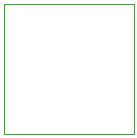
<source format=gm1>
G04 Layer_Color=16711935*
%FSLAX25Y25*%
%MOIN*%
G70*
G01*
G75*
%ADD24C,0.00394*%
%ADD44C,0.00400*%
D24*
X-0Y-43406D02*
X43307Y-43406D01*
Y-0D01*
X-0Y-43406D02*
Y-0D01*
D44*
X43307D01*
M02*

</source>
